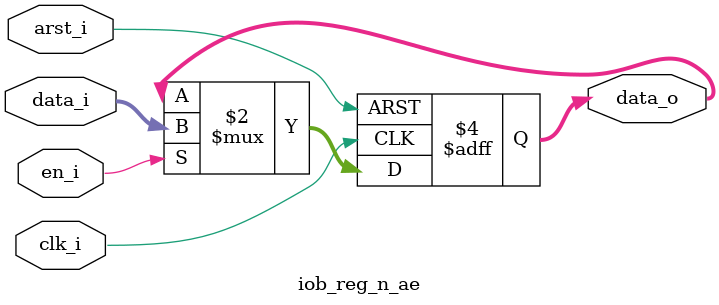
<source format=v>
`timescale 1ns / 1ps

module iob_reg_n_ae
  #(
    parameter DATA_W = 0,
    parameter RST_VAL = 0
    )
   (
    input                   clk_i,
    input                   arst_i,
    input                   en_i,
    input [DATA_W-1:0]      data_i,
    output reg [DATA_W-1:0] data_o
    );

   // prevent width mismatch
   localparam [DATA_W-1:0] RST_VAL_INT = RST_VAL;
   
   always @(negedge clk_i, posedge arst_i) begin
      if (arst_i) begin
         data_o <= RST_VAL_INT;
      end else if (en_i) begin
         data_o <= data_i;
      end
   end

endmodule

</source>
